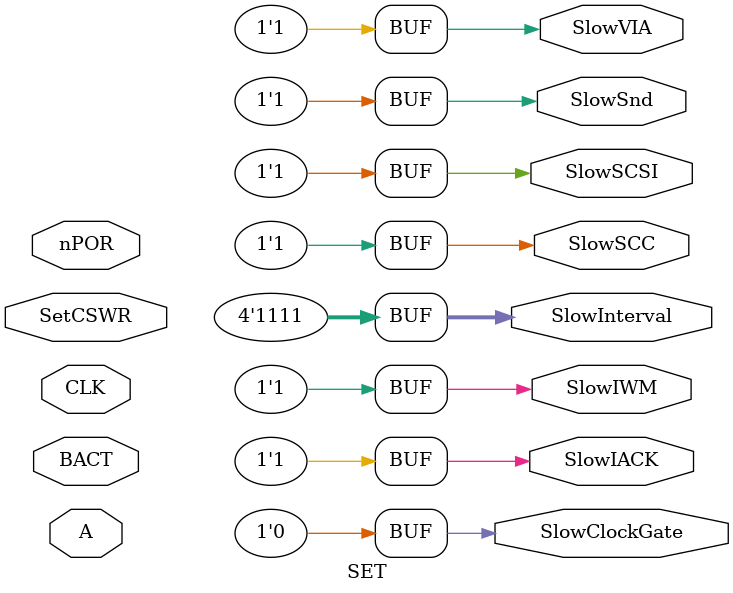
<source format=v>
module SET(
	input CLK,
	input nPOR,
	input BACT,
	input [11:1] A,
	input SetCSWR,
	output SlowIACK,
	output SlowVIA,
	output SlowIWM,
	output SlowSCC,
	output SlowSCSI,
	output SlowSnd,
	output SlowClockGate,
	output [3:0] SlowInterval);
	
	//reg SetWRr; always @(posedge CLK) SetWRr <= BACT && SetCSWR;
	
	
	assign SlowInterval[3:0] = 4'hF;
	assign SlowIACK = 1;
	assign SlowVIA  = 1;
	assign SlowIWM  = 1;
	assign SlowSCC  = 1;
	assign SlowSCSI = 1;
	assign SlowSnd  = 1;
	assign SlowClockGate = 0;

	/*always @(posedge CLK) begin
		if (!nPOR) begin
			SlowInterval[3:0] <= 4'hF;
			SlowIACK <= 1;
			SlowVIA  <= 1;
			SlowIWM  <= 1;
			SlowSCC  <= 1;
			SlowSCSI <= 1;
			SlowSnd  <= 1;
			SlowClockGate <= 0;
		end else if (SetWRr) begin
			SlowInterval[3:0] <= A[11:8];
			SlowIACK <= A[7];
			SlowVIA  <= A[6];
			SlowIWM  <= A[5];
			SlowSCC  <= A[4];
			SlowSCSI <= A[3];
			SlowSnd  <= A[2];
			SlowClockGate <= A[1];
		end
	end*/

endmodule

</source>
